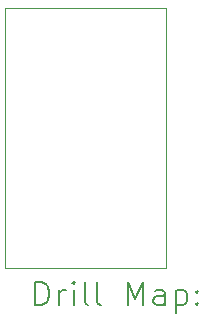
<source format=gbr>
%FSLAX45Y45*%
G04 Gerber Fmt 4.5, Leading zero omitted, Abs format (unit mm)*
G04 Created by KiCad (PCBNEW (6.0.1-0)) date 2022-03-14 10:45:43*
%MOMM*%
%LPD*%
G01*
G04 APERTURE LIST*
%TA.AperFunction,Profile*%
%ADD10C,0.100000*%
%TD*%
%ADD11C,0.200000*%
G04 APERTURE END LIST*
D10*
X10585000Y-4770000D02*
X10585000Y-6970000D01*
X11940000Y-4770000D02*
X11940000Y-6970000D01*
X10585000Y-6970000D02*
X11940000Y-6970000D01*
X10585000Y-4770000D02*
X11940000Y-4770000D01*
D11*
X10837619Y-7285476D02*
X10837619Y-7085476D01*
X10885238Y-7085476D01*
X10913810Y-7095000D01*
X10932857Y-7114048D01*
X10942381Y-7133095D01*
X10951905Y-7171190D01*
X10951905Y-7199762D01*
X10942381Y-7237857D01*
X10932857Y-7256905D01*
X10913810Y-7275952D01*
X10885238Y-7285476D01*
X10837619Y-7285476D01*
X11037619Y-7285476D02*
X11037619Y-7152143D01*
X11037619Y-7190238D02*
X11047143Y-7171190D01*
X11056667Y-7161667D01*
X11075714Y-7152143D01*
X11094762Y-7152143D01*
X11161429Y-7285476D02*
X11161429Y-7152143D01*
X11161429Y-7085476D02*
X11151905Y-7095000D01*
X11161429Y-7104524D01*
X11170952Y-7095000D01*
X11161429Y-7085476D01*
X11161429Y-7104524D01*
X11285238Y-7285476D02*
X11266190Y-7275952D01*
X11256667Y-7256905D01*
X11256667Y-7085476D01*
X11390000Y-7285476D02*
X11370952Y-7275952D01*
X11361428Y-7256905D01*
X11361428Y-7085476D01*
X11618571Y-7285476D02*
X11618571Y-7085476D01*
X11685238Y-7228333D01*
X11751905Y-7085476D01*
X11751905Y-7285476D01*
X11932857Y-7285476D02*
X11932857Y-7180714D01*
X11923333Y-7161667D01*
X11904286Y-7152143D01*
X11866190Y-7152143D01*
X11847143Y-7161667D01*
X11932857Y-7275952D02*
X11913809Y-7285476D01*
X11866190Y-7285476D01*
X11847143Y-7275952D01*
X11837619Y-7256905D01*
X11837619Y-7237857D01*
X11847143Y-7218809D01*
X11866190Y-7209286D01*
X11913809Y-7209286D01*
X11932857Y-7199762D01*
X12028095Y-7152143D02*
X12028095Y-7352143D01*
X12028095Y-7161667D02*
X12047143Y-7152143D01*
X12085238Y-7152143D01*
X12104286Y-7161667D01*
X12113809Y-7171190D01*
X12123333Y-7190238D01*
X12123333Y-7247381D01*
X12113809Y-7266428D01*
X12104286Y-7275952D01*
X12085238Y-7285476D01*
X12047143Y-7285476D01*
X12028095Y-7275952D01*
X12209048Y-7266428D02*
X12218571Y-7275952D01*
X12209048Y-7285476D01*
X12199524Y-7275952D01*
X12209048Y-7266428D01*
X12209048Y-7285476D01*
X12209048Y-7161667D02*
X12218571Y-7171190D01*
X12209048Y-7180714D01*
X12199524Y-7171190D01*
X12209048Y-7161667D01*
X12209048Y-7180714D01*
M02*

</source>
